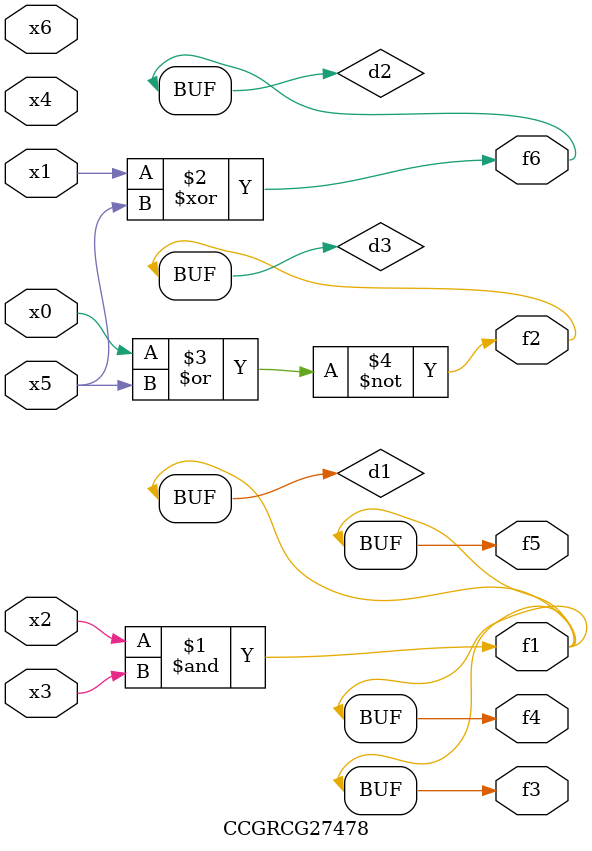
<source format=v>
module CCGRCG27478(
	input x0, x1, x2, x3, x4, x5, x6,
	output f1, f2, f3, f4, f5, f6
);

	wire d1, d2, d3;

	and (d1, x2, x3);
	xor (d2, x1, x5);
	nor (d3, x0, x5);
	assign f1 = d1;
	assign f2 = d3;
	assign f3 = d1;
	assign f4 = d1;
	assign f5 = d1;
	assign f6 = d2;
endmodule

</source>
